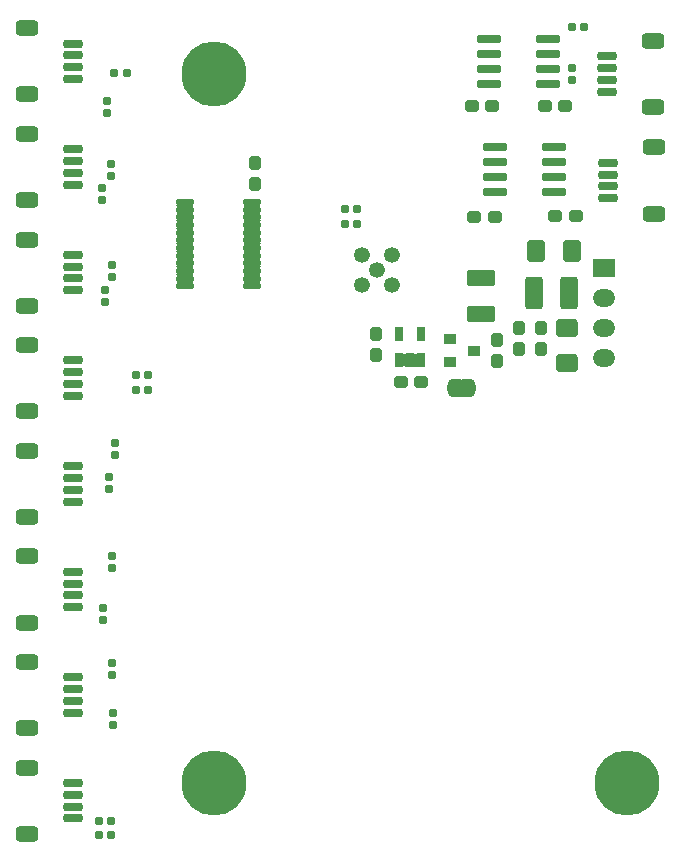
<source format=gbr>
%TF.GenerationSoftware,KiCad,Pcbnew,(6.0.4-0)*%
%TF.CreationDate,2022-09-09T16:16:13-06:00*%
%TF.ProjectId,i2c_mux,6932635f-6d75-4782-9e6b-696361645f70,rev?*%
%TF.SameCoordinates,Original*%
%TF.FileFunction,Soldermask,Top*%
%TF.FilePolarity,Negative*%
%FSLAX46Y46*%
G04 Gerber Fmt 4.6, Leading zero omitted, Abs format (unit mm)*
G04 Created by KiCad (PCBNEW (6.0.4-0)) date 2022-09-09 16:16:13*
%MOMM*%
%LPD*%
G01*
G04 APERTURE LIST*
G04 Aperture macros list*
%AMRoundRect*
0 Rectangle with rounded corners*
0 $1 Rounding radius*
0 $2 $3 $4 $5 $6 $7 $8 $9 X,Y pos of 4 corners*
0 Add a 4 corners polygon primitive as box body*
4,1,4,$2,$3,$4,$5,$6,$7,$8,$9,$2,$3,0*
0 Add four circle primitives for the rounded corners*
1,1,$1+$1,$2,$3*
1,1,$1+$1,$4,$5*
1,1,$1+$1,$6,$7*
1,1,$1+$1,$8,$9*
0 Add four rect primitives between the rounded corners*
20,1,$1+$1,$2,$3,$4,$5,0*
20,1,$1+$1,$4,$5,$6,$7,0*
20,1,$1+$1,$6,$7,$8,$9,0*
20,1,$1+$1,$8,$9,$2,$3,0*%
%AMFreePoly0*
4,1,37,0.536062,0.786062,0.551000,0.750000,0.551000,-0.750000,0.536062,-0.786062,0.500000,-0.801000,0.000000,-0.801000,-0.012525,-0.795812,-0.080875,-0.794559,-0.095149,-0.792248,-0.230464,-0.749973,-0.243516,-0.743747,-0.361526,-0.665192,-0.372306,-0.655554,-0.463526,-0.547035,-0.471167,-0.534759,-0.528262,-0.405000,-0.532150,-0.391073,-0.549733,-0.256613,-0.548336,-0.256430,-0.551000,-0.250000,
-0.551000,0.250000,-0.550512,0.251179,-0.550356,0.263956,-0.528545,0.404033,-0.524317,0.417860,-0.464069,0.546185,-0.456130,0.558271,-0.362286,0.664529,-0.351274,0.673901,-0.231379,0.749549,-0.218180,0.755454,-0.081873,0.794411,-0.067546,0.796373,-0.011990,0.796033,0.000000,0.801000,0.500000,0.801000,0.536062,0.786062,0.536062,0.786062,$1*%
%AMFreePoly1*
4,1,37,0.012349,0.795885,0.074216,0.795507,0.088518,0.793370,0.224339,0.752751,0.237465,0.746685,0.356427,0.669578,0.367324,0.660073,0.459862,0.552676,0.467652,0.540494,0.526329,0.411442,0.530388,0.397563,0.550485,0.257230,0.551000,0.250000,0.551000,-0.250000,0.550996,-0.250622,0.550847,-0.262838,0.550144,-0.270677,0.526624,-0.410478,0.522228,-0.424254,0.460416,-0.551833,
0.452330,-0.563821,0.357195,-0.668925,0.346069,-0.678161,0.225259,-0.752338,0.211989,-0.758081,0.075216,-0.795370,0.060866,-0.797157,0.011464,-0.796251,0.000000,-0.801000,-0.500000,-0.801000,-0.536062,-0.786062,-0.551000,-0.750000,-0.551000,0.750000,-0.536062,0.786062,-0.500000,0.801000,0.000000,0.801000,0.012349,0.795885,0.012349,0.795885,$1*%
G04 Aperture macros list end*
%ADD10C,5.502000*%
%ADD11RoundRect,0.288500X-0.237500X0.287500X-0.237500X-0.287500X0.237500X-0.287500X0.237500X0.287500X0*%
%ADD12RoundRect,0.201000X-0.625000X0.150000X-0.625000X-0.150000X0.625000X-0.150000X0.625000X0.150000X0*%
%ADD13RoundRect,0.301000X-0.650000X0.350000X-0.650000X-0.350000X0.650000X-0.350000X0.650000X0.350000X0*%
%ADD14RoundRect,0.201000X0.625000X-0.150000X0.625000X0.150000X-0.625000X0.150000X-0.625000X-0.150000X0*%
%ADD15RoundRect,0.301000X0.650000X-0.350000X0.650000X0.350000X-0.650000X0.350000X-0.650000X-0.350000X0*%
%ADD16RoundRect,0.301001X-0.462499X-0.624999X0.462499X-0.624999X0.462499X0.624999X-0.462499X0.624999X0*%
%ADD17RoundRect,0.301001X0.624999X-0.462499X0.624999X0.462499X-0.624999X0.462499X-0.624999X-0.462499X0*%
%ADD18RoundRect,0.301000X0.925000X-0.412500X0.925000X0.412500X-0.925000X0.412500X-0.925000X-0.412500X0*%
%ADD19C,1.342000*%
%ADD20FreePoly0,180.000000*%
%ADD21FreePoly1,180.000000*%
%ADD22RoundRect,0.301001X0.462499X1.074999X-0.462499X1.074999X-0.462499X-1.074999X0.462499X-1.074999X0*%
%ADD23RoundRect,0.051000X-0.900000X0.700000X-0.900000X-0.700000X0.900000X-0.700000X0.900000X0.700000X0*%
%ADD24O,1.902000X1.502000*%
%ADD25RoundRect,0.051000X-0.450000X-0.400000X0.450000X-0.400000X0.450000X0.400000X-0.450000X0.400000X0*%
%ADD26RoundRect,0.288500X0.237500X-0.287500X0.237500X0.287500X-0.237500X0.287500X-0.237500X-0.287500X0*%
%ADD27RoundRect,0.051000X0.325000X-0.530000X0.325000X0.530000X-0.325000X0.530000X-0.325000X-0.530000X0*%
%ADD28RoundRect,0.288500X0.287500X0.237500X-0.287500X0.237500X-0.287500X-0.237500X0.287500X-0.237500X0*%
%ADD29RoundRect,0.288500X-0.287500X-0.237500X0.287500X-0.237500X0.287500X0.237500X-0.287500X0.237500X0*%
%ADD30RoundRect,0.201000X0.825000X0.150000X-0.825000X0.150000X-0.825000X-0.150000X0.825000X-0.150000X0*%
%ADD31RoundRect,0.186000X-0.135000X-0.185000X0.135000X-0.185000X0.135000X0.185000X-0.135000X0.185000X0*%
%ADD32RoundRect,0.186000X0.135000X0.185000X-0.135000X0.185000X-0.135000X-0.185000X0.135000X-0.185000X0*%
%ADD33RoundRect,0.186000X-0.185000X0.135000X-0.185000X-0.135000X0.185000X-0.135000X0.185000X0.135000X0*%
%ADD34RoundRect,0.186000X0.185000X-0.135000X0.185000X0.135000X-0.185000X0.135000X-0.185000X-0.135000X0*%
%ADD35RoundRect,0.151000X-0.637500X-0.100000X0.637500X-0.100000X0.637500X0.100000X-0.637500X0.100000X0*%
G04 APERTURE END LIST*
D10*
%TO.C,H3*%
X140000000Y-125000000D03*
%TD*%
D11*
%TO.C,C1*%
X108500000Y-72525000D03*
X108500000Y-74275000D03*
%TD*%
D12*
%TO.C,J2*%
X93100000Y-89242857D03*
X93100000Y-90242857D03*
X93100000Y-91242857D03*
X93100000Y-92242857D03*
D13*
X89225000Y-93542857D03*
X89225000Y-87942857D03*
%TD*%
D12*
%TO.C,J4*%
X93100000Y-80300000D03*
X93100000Y-81300000D03*
X93100000Y-82300000D03*
X93100000Y-83300000D03*
D13*
X89225000Y-84600000D03*
X89225000Y-79000000D03*
%TD*%
D12*
%TO.C,J6*%
X93100000Y-71357143D03*
X93100000Y-72357143D03*
X93100000Y-73357143D03*
X93100000Y-74357143D03*
D13*
X89225000Y-70057143D03*
X89225000Y-75657143D03*
%TD*%
D12*
%TO.C,J8*%
X93100000Y-62414286D03*
X93100000Y-63414286D03*
X93100000Y-64414286D03*
X93100000Y-65414286D03*
D13*
X89225000Y-61114286D03*
X89225000Y-66714286D03*
%TD*%
D14*
%TO.C,J10*%
X138300000Y-66500000D03*
X138300000Y-65500000D03*
X138300000Y-64500000D03*
X138300000Y-63500000D03*
D15*
X142175000Y-62200000D03*
X142175000Y-67800000D03*
%TD*%
D16*
%TO.C,C2*%
X132312500Y-80000000D03*
X135287500Y-80000000D03*
%TD*%
D17*
%TO.C,C3*%
X134900000Y-89487500D03*
X134900000Y-86512500D03*
%TD*%
D11*
%TO.C,C4*%
X132700000Y-86525000D03*
X132700000Y-88275000D03*
%TD*%
D18*
%TO.C,C6*%
X127600000Y-85337500D03*
X127600000Y-82262500D03*
%TD*%
D11*
%TO.C,C8*%
X118700000Y-87025000D03*
X118700000Y-88775000D03*
%TD*%
D19*
%TO.C,J11*%
X118800000Y-81600000D03*
X117530000Y-80330000D03*
X120070000Y-82870000D03*
X120070000Y-80330000D03*
X117530000Y-82870000D03*
%TD*%
D20*
%TO.C,JP1*%
X126650000Y-91600000D03*
D21*
X125350000Y-91600000D03*
%TD*%
D22*
%TO.C,L1*%
X135087500Y-83500000D03*
X132112500Y-83500000D03*
%TD*%
D23*
%TO.C,PS1*%
X138000000Y-81400000D03*
D24*
X138000000Y-83940000D03*
X138000000Y-86480000D03*
X138000000Y-89020000D03*
%TD*%
D25*
%TO.C,Q1*%
X125000000Y-87450000D03*
X125000000Y-89350000D03*
X127000000Y-88400000D03*
%TD*%
D26*
%TO.C,R21*%
X129000000Y-89275000D03*
X129000000Y-87525000D03*
%TD*%
D27*
%TO.C,U2*%
X120660000Y-89210000D03*
X121610000Y-89210000D03*
X122560000Y-89210000D03*
X122560000Y-87010000D03*
X120660000Y-87010000D03*
%TD*%
D28*
%TO.C,C7*%
X122575000Y-91100000D03*
X120825000Y-91100000D03*
%TD*%
D29*
%TO.C,C9*%
X133025000Y-67700000D03*
X134775000Y-67700000D03*
%TD*%
%TO.C,C11*%
X126825000Y-67700000D03*
X128575000Y-67700000D03*
%TD*%
%TO.C,C12*%
X127025000Y-77100000D03*
X128775000Y-77100000D03*
%TD*%
%TO.C,C10*%
X133925000Y-77000000D03*
X135675000Y-77000000D03*
%TD*%
D14*
%TO.C,J9*%
X138400000Y-75500000D03*
X138400000Y-74500000D03*
X138400000Y-73500000D03*
X138400000Y-72500000D03*
D15*
X142275000Y-76800000D03*
X142275000Y-71200000D03*
%TD*%
D11*
%TO.C,C5*%
X130800000Y-86500000D03*
X130800000Y-88250000D03*
%TD*%
D10*
%TO.C,H1*%
X105000000Y-65000000D03*
%TD*%
%TO.C,H2*%
X105000000Y-125000000D03*
%TD*%
D30*
%TO.C,U4*%
X133775000Y-75005000D03*
X133775000Y-73735000D03*
X133775000Y-72465000D03*
X133775000Y-71195000D03*
X128825000Y-71195000D03*
X128825000Y-72465000D03*
X128825000Y-73735000D03*
X128825000Y-75005000D03*
%TD*%
D31*
%TO.C,R18*%
X116080000Y-76400000D03*
X117100000Y-76400000D03*
%TD*%
D32*
%TO.C,R19*%
X136320000Y-61000000D03*
X135300000Y-61000000D03*
%TD*%
D33*
%TO.C,R14*%
X95500000Y-74600000D03*
X95500000Y-75620000D03*
%TD*%
D34*
%TO.C,R12*%
X96300000Y-73610000D03*
X96300000Y-72590000D03*
%TD*%
D12*
%TO.C,J3*%
X93100000Y-116071428D03*
X93100000Y-117071428D03*
X93100000Y-118071428D03*
X93100000Y-119071428D03*
D13*
X89225000Y-120371428D03*
X89225000Y-114771428D03*
%TD*%
D30*
%TO.C,U3*%
X133275000Y-65805000D03*
X133275000Y-64535000D03*
X133275000Y-63265000D03*
X133275000Y-61995000D03*
X128325000Y-61995000D03*
X128325000Y-63265000D03*
X128325000Y-64535000D03*
X128325000Y-65805000D03*
%TD*%
D31*
%TO.C,R2*%
X95290000Y-128200000D03*
X96310000Y-128200000D03*
%TD*%
D33*
%TO.C,R11*%
X96100000Y-99090000D03*
X96100000Y-100110000D03*
%TD*%
D12*
%TO.C,J1*%
X93100000Y-125014286D03*
X93100000Y-126014286D03*
X93100000Y-127014286D03*
X93100000Y-128014286D03*
D13*
X89225000Y-129314286D03*
X89225000Y-123714286D03*
%TD*%
D33*
%TO.C,R20*%
X135300000Y-64480000D03*
X135300000Y-65500000D03*
%TD*%
D31*
%TO.C,R16*%
X96590000Y-64900000D03*
X97610000Y-64900000D03*
%TD*%
%TO.C,R17*%
X116080000Y-77700000D03*
X117100000Y-77700000D03*
%TD*%
D33*
%TO.C,R8*%
X95800000Y-83280000D03*
X95800000Y-84300000D03*
%TD*%
D34*
%TO.C,R5*%
X96400000Y-115910000D03*
X96400000Y-114890000D03*
%TD*%
%TO.C,R10*%
X96400000Y-82210000D03*
X96400000Y-81190000D03*
%TD*%
D31*
%TO.C,R4*%
X98380000Y-91700000D03*
X99400000Y-91700000D03*
%TD*%
D35*
%TO.C,U1*%
X102537500Y-75825000D03*
X102537500Y-76475000D03*
X102537500Y-77125000D03*
X102537500Y-77775000D03*
X102537500Y-78425000D03*
X102537500Y-79075000D03*
X102537500Y-79725000D03*
X102537500Y-80375000D03*
X102537500Y-81025000D03*
X102537500Y-81675000D03*
X102537500Y-82325000D03*
X102537500Y-82975000D03*
X108262500Y-82975000D03*
X108262500Y-82325000D03*
X108262500Y-81675000D03*
X108262500Y-81025000D03*
X108262500Y-80375000D03*
X108262500Y-79725000D03*
X108262500Y-79075000D03*
X108262500Y-78425000D03*
X108262500Y-77775000D03*
X108262500Y-77125000D03*
X108262500Y-76475000D03*
X108262500Y-75825000D03*
%TD*%
D33*
%TO.C,R3*%
X96500000Y-119080000D03*
X96500000Y-120100000D03*
%TD*%
%TO.C,R7*%
X95600000Y-110180000D03*
X95600000Y-111200000D03*
%TD*%
D34*
%TO.C,R9*%
X96400000Y-106810000D03*
X96400000Y-105790000D03*
%TD*%
D31*
%TO.C,R1*%
X95290000Y-129400000D03*
X96310000Y-129400000D03*
%TD*%
D34*
%TO.C,R13*%
X96600000Y-97210000D03*
X96600000Y-96190000D03*
%TD*%
D31*
%TO.C,R6*%
X98390000Y-90500000D03*
X99410000Y-90500000D03*
%TD*%
D12*
%TO.C,J5*%
X93100000Y-107128571D03*
X93100000Y-108128571D03*
X93100000Y-109128571D03*
X93100000Y-110128571D03*
D13*
X89225000Y-111428571D03*
X89225000Y-105828571D03*
%TD*%
D33*
%TO.C,R15*%
X96000000Y-67290000D03*
X96000000Y-68310000D03*
%TD*%
D12*
%TO.C,J7*%
X93100000Y-98185714D03*
X93100000Y-99185714D03*
X93100000Y-100185714D03*
X93100000Y-101185714D03*
D13*
X89225000Y-102485714D03*
X89225000Y-96885714D03*
%TD*%
G36*
X125899267Y-90833301D02*
G01*
X125950946Y-90876489D01*
X126019661Y-90885120D01*
X126082291Y-90855156D01*
X126100348Y-90834318D01*
X126102238Y-90833664D01*
X126103749Y-90834974D01*
X126103821Y-90836018D01*
X126101000Y-90850199D01*
X126101000Y-92349801D01*
X126103978Y-92364774D01*
X126103335Y-92366668D01*
X126101373Y-92367058D01*
X126100733Y-92366699D01*
X126049054Y-92323511D01*
X125980339Y-92314880D01*
X125917709Y-92344844D01*
X125899652Y-92365682D01*
X125897762Y-92366336D01*
X125896251Y-92365026D01*
X125896179Y-92363982D01*
X125899000Y-92349801D01*
X125899000Y-90850199D01*
X125896022Y-90835226D01*
X125896665Y-90833332D01*
X125898627Y-90832942D01*
X125899267Y-90833301D01*
G37*
G36*
X121034267Y-88663301D02*
G01*
X121085946Y-88706489D01*
X121154661Y-88715120D01*
X121217291Y-88685156D01*
X121235348Y-88664318D01*
X121237238Y-88663664D01*
X121238749Y-88664974D01*
X121238821Y-88666018D01*
X121236000Y-88680199D01*
X121236000Y-89739801D01*
X121238978Y-89754774D01*
X121238335Y-89756668D01*
X121236373Y-89757058D01*
X121235733Y-89756699D01*
X121184054Y-89713511D01*
X121115339Y-89704880D01*
X121052709Y-89734844D01*
X121034652Y-89755682D01*
X121032762Y-89756336D01*
X121031251Y-89755026D01*
X121031179Y-89753982D01*
X121034000Y-89739801D01*
X121034000Y-88680199D01*
X121031022Y-88665226D01*
X121031665Y-88663332D01*
X121033627Y-88662942D01*
X121034267Y-88663301D01*
G37*
G36*
X121984267Y-88663301D02*
G01*
X122035946Y-88706489D01*
X122104661Y-88715120D01*
X122167291Y-88685156D01*
X122185348Y-88664318D01*
X122187238Y-88663664D01*
X122188749Y-88664974D01*
X122188821Y-88666018D01*
X122186000Y-88680199D01*
X122186000Y-89739801D01*
X122188978Y-89754774D01*
X122188335Y-89756668D01*
X122186373Y-89757058D01*
X122185733Y-89756699D01*
X122134054Y-89713511D01*
X122065339Y-89704880D01*
X122002709Y-89734844D01*
X121984652Y-89755682D01*
X121982762Y-89756336D01*
X121981251Y-89755026D01*
X121981179Y-89753982D01*
X121984000Y-89739801D01*
X121984000Y-88680199D01*
X121981022Y-88665226D01*
X121981665Y-88663332D01*
X121983627Y-88662942D01*
X121984267Y-88663301D01*
G37*
G36*
X108977587Y-82552477D02*
G01*
X108977126Y-82553891D01*
X108937803Y-82600944D01*
X108929170Y-82669660D01*
X108959133Y-82732289D01*
X108967803Y-82739800D01*
X108968457Y-82741690D01*
X108967147Y-82743202D01*
X108965382Y-82742975D01*
X108957006Y-82737379D01*
X108899801Y-82726000D01*
X107625199Y-82726000D01*
X107567994Y-82737379D01*
X107550520Y-82749055D01*
X107548524Y-82749186D01*
X107547413Y-82747523D01*
X107547874Y-82746109D01*
X107587197Y-82699056D01*
X107595830Y-82630340D01*
X107565867Y-82567711D01*
X107557197Y-82560200D01*
X107556543Y-82558310D01*
X107557853Y-82556798D01*
X107559618Y-82557025D01*
X107567994Y-82562621D01*
X107625199Y-82574000D01*
X108899801Y-82574000D01*
X108957006Y-82562621D01*
X108974480Y-82550945D01*
X108976476Y-82550814D01*
X108977587Y-82552477D01*
G37*
G36*
X103252587Y-82552477D02*
G01*
X103252126Y-82553891D01*
X103212803Y-82600944D01*
X103204170Y-82669660D01*
X103234133Y-82732289D01*
X103242803Y-82739800D01*
X103243457Y-82741690D01*
X103242147Y-82743202D01*
X103240382Y-82742975D01*
X103232006Y-82737379D01*
X103174801Y-82726000D01*
X101900199Y-82726000D01*
X101842994Y-82737379D01*
X101825520Y-82749055D01*
X101823524Y-82749186D01*
X101822413Y-82747523D01*
X101822874Y-82746109D01*
X101862197Y-82699056D01*
X101870830Y-82630340D01*
X101840867Y-82567711D01*
X101832197Y-82560200D01*
X101831543Y-82558310D01*
X101832853Y-82556798D01*
X101834618Y-82557025D01*
X101842994Y-82562621D01*
X101900199Y-82574000D01*
X103174801Y-82574000D01*
X103232006Y-82562621D01*
X103249480Y-82550945D01*
X103251476Y-82550814D01*
X103252587Y-82552477D01*
G37*
G36*
X103252587Y-81902477D02*
G01*
X103252126Y-81903891D01*
X103212803Y-81950944D01*
X103204170Y-82019660D01*
X103234133Y-82082289D01*
X103242803Y-82089800D01*
X103243457Y-82091690D01*
X103242147Y-82093202D01*
X103240382Y-82092975D01*
X103232006Y-82087379D01*
X103174801Y-82076000D01*
X101900199Y-82076000D01*
X101842994Y-82087379D01*
X101825520Y-82099055D01*
X101823524Y-82099186D01*
X101822413Y-82097523D01*
X101822874Y-82096109D01*
X101862197Y-82049056D01*
X101870830Y-81980340D01*
X101840867Y-81917711D01*
X101832197Y-81910200D01*
X101831543Y-81908310D01*
X101832853Y-81906798D01*
X101834618Y-81907025D01*
X101842994Y-81912621D01*
X101900199Y-81924000D01*
X103174801Y-81924000D01*
X103232006Y-81912621D01*
X103249480Y-81900945D01*
X103251476Y-81900814D01*
X103252587Y-81902477D01*
G37*
G36*
X108977587Y-81902477D02*
G01*
X108977126Y-81903891D01*
X108937803Y-81950944D01*
X108929170Y-82019660D01*
X108959133Y-82082289D01*
X108967803Y-82089800D01*
X108968457Y-82091690D01*
X108967147Y-82093202D01*
X108965382Y-82092975D01*
X108957006Y-82087379D01*
X108899801Y-82076000D01*
X107625199Y-82076000D01*
X107567994Y-82087379D01*
X107550520Y-82099055D01*
X107548524Y-82099186D01*
X107547413Y-82097523D01*
X107547874Y-82096109D01*
X107587197Y-82049056D01*
X107595830Y-81980340D01*
X107565867Y-81917711D01*
X107557197Y-81910200D01*
X107556543Y-81908310D01*
X107557853Y-81906798D01*
X107559618Y-81907025D01*
X107567994Y-81912621D01*
X107625199Y-81924000D01*
X108899801Y-81924000D01*
X108957006Y-81912621D01*
X108974480Y-81900945D01*
X108976476Y-81900814D01*
X108977587Y-81902477D01*
G37*
G36*
X103252587Y-81252477D02*
G01*
X103252126Y-81253891D01*
X103212803Y-81300944D01*
X103204170Y-81369660D01*
X103234133Y-81432289D01*
X103242803Y-81439800D01*
X103243457Y-81441690D01*
X103242147Y-81443202D01*
X103240382Y-81442975D01*
X103232006Y-81437379D01*
X103174801Y-81426000D01*
X101900199Y-81426000D01*
X101842994Y-81437379D01*
X101825520Y-81449055D01*
X101823524Y-81449186D01*
X101822413Y-81447523D01*
X101822874Y-81446109D01*
X101862197Y-81399056D01*
X101870830Y-81330340D01*
X101840867Y-81267711D01*
X101832197Y-81260200D01*
X101831543Y-81258310D01*
X101832853Y-81256798D01*
X101834618Y-81257025D01*
X101842994Y-81262621D01*
X101900199Y-81274000D01*
X103174801Y-81274000D01*
X103232006Y-81262621D01*
X103249480Y-81250945D01*
X103251476Y-81250814D01*
X103252587Y-81252477D01*
G37*
G36*
X108977587Y-81252477D02*
G01*
X108977126Y-81253891D01*
X108937803Y-81300944D01*
X108929170Y-81369660D01*
X108959133Y-81432289D01*
X108967803Y-81439800D01*
X108968457Y-81441690D01*
X108967147Y-81443202D01*
X108965382Y-81442975D01*
X108957006Y-81437379D01*
X108899801Y-81426000D01*
X107625199Y-81426000D01*
X107567994Y-81437379D01*
X107550520Y-81449055D01*
X107548524Y-81449186D01*
X107547413Y-81447523D01*
X107547874Y-81446109D01*
X107587197Y-81399056D01*
X107595830Y-81330340D01*
X107565867Y-81267711D01*
X107557197Y-81260200D01*
X107556543Y-81258310D01*
X107557853Y-81256798D01*
X107559618Y-81257025D01*
X107567994Y-81262621D01*
X107625199Y-81274000D01*
X108899801Y-81274000D01*
X108957006Y-81262621D01*
X108974480Y-81250945D01*
X108976476Y-81250814D01*
X108977587Y-81252477D01*
G37*
G36*
X108977587Y-80602477D02*
G01*
X108977126Y-80603891D01*
X108937803Y-80650944D01*
X108929170Y-80719660D01*
X108959133Y-80782289D01*
X108967803Y-80789800D01*
X108968457Y-80791690D01*
X108967147Y-80793202D01*
X108965382Y-80792975D01*
X108957006Y-80787379D01*
X108899801Y-80776000D01*
X107625199Y-80776000D01*
X107567994Y-80787379D01*
X107550520Y-80799055D01*
X107548524Y-80799186D01*
X107547413Y-80797523D01*
X107547874Y-80796109D01*
X107587197Y-80749056D01*
X107595830Y-80680340D01*
X107565867Y-80617711D01*
X107557197Y-80610200D01*
X107556543Y-80608310D01*
X107557853Y-80606798D01*
X107559618Y-80607025D01*
X107567994Y-80612621D01*
X107625199Y-80624000D01*
X108899801Y-80624000D01*
X108957006Y-80612621D01*
X108974480Y-80600945D01*
X108976476Y-80600814D01*
X108977587Y-80602477D01*
G37*
G36*
X103252587Y-80602477D02*
G01*
X103252126Y-80603891D01*
X103212803Y-80650944D01*
X103204170Y-80719660D01*
X103234133Y-80782289D01*
X103242803Y-80789800D01*
X103243457Y-80791690D01*
X103242147Y-80793202D01*
X103240382Y-80792975D01*
X103232006Y-80787379D01*
X103174801Y-80776000D01*
X101900199Y-80776000D01*
X101842994Y-80787379D01*
X101825520Y-80799055D01*
X101823524Y-80799186D01*
X101822413Y-80797523D01*
X101822874Y-80796109D01*
X101862197Y-80749056D01*
X101870830Y-80680340D01*
X101840867Y-80617711D01*
X101832197Y-80610200D01*
X101831543Y-80608310D01*
X101832853Y-80606798D01*
X101834618Y-80607025D01*
X101842994Y-80612621D01*
X101900199Y-80624000D01*
X103174801Y-80624000D01*
X103232006Y-80612621D01*
X103249480Y-80600945D01*
X103251476Y-80600814D01*
X103252587Y-80602477D01*
G37*
G36*
X103252587Y-79952477D02*
G01*
X103252126Y-79953891D01*
X103212803Y-80000944D01*
X103204170Y-80069660D01*
X103234133Y-80132289D01*
X103242803Y-80139800D01*
X103243457Y-80141690D01*
X103242147Y-80143202D01*
X103240382Y-80142975D01*
X103232006Y-80137379D01*
X103174801Y-80126000D01*
X101900199Y-80126000D01*
X101842994Y-80137379D01*
X101825520Y-80149055D01*
X101823524Y-80149186D01*
X101822413Y-80147523D01*
X101822874Y-80146109D01*
X101862197Y-80099056D01*
X101870830Y-80030340D01*
X101840867Y-79967711D01*
X101832197Y-79960200D01*
X101831543Y-79958310D01*
X101832853Y-79956798D01*
X101834618Y-79957025D01*
X101842994Y-79962621D01*
X101900199Y-79974000D01*
X103174801Y-79974000D01*
X103232006Y-79962621D01*
X103249480Y-79950945D01*
X103251476Y-79950814D01*
X103252587Y-79952477D01*
G37*
G36*
X108977587Y-79952477D02*
G01*
X108977126Y-79953891D01*
X108937803Y-80000944D01*
X108929170Y-80069660D01*
X108959133Y-80132289D01*
X108967803Y-80139800D01*
X108968457Y-80141690D01*
X108967147Y-80143202D01*
X108965382Y-80142975D01*
X108957006Y-80137379D01*
X108899801Y-80126000D01*
X107625199Y-80126000D01*
X107567994Y-80137379D01*
X107550520Y-80149055D01*
X107548524Y-80149186D01*
X107547413Y-80147523D01*
X107547874Y-80146109D01*
X107587197Y-80099056D01*
X107595830Y-80030340D01*
X107565867Y-79967711D01*
X107557197Y-79960200D01*
X107556543Y-79958310D01*
X107557853Y-79956798D01*
X107559618Y-79957025D01*
X107567994Y-79962621D01*
X107625199Y-79974000D01*
X108899801Y-79974000D01*
X108957006Y-79962621D01*
X108974480Y-79950945D01*
X108976476Y-79950814D01*
X108977587Y-79952477D01*
G37*
G36*
X103252587Y-79302477D02*
G01*
X103252126Y-79303891D01*
X103212803Y-79350944D01*
X103204170Y-79419660D01*
X103234133Y-79482289D01*
X103242803Y-79489800D01*
X103243457Y-79491690D01*
X103242147Y-79493202D01*
X103240382Y-79492975D01*
X103232006Y-79487379D01*
X103174801Y-79476000D01*
X101900199Y-79476000D01*
X101842994Y-79487379D01*
X101825520Y-79499055D01*
X101823524Y-79499186D01*
X101822413Y-79497523D01*
X101822874Y-79496109D01*
X101862197Y-79449056D01*
X101870830Y-79380340D01*
X101840867Y-79317711D01*
X101832197Y-79310200D01*
X101831543Y-79308310D01*
X101832853Y-79306798D01*
X101834618Y-79307025D01*
X101842994Y-79312621D01*
X101900199Y-79324000D01*
X103174801Y-79324000D01*
X103232006Y-79312621D01*
X103249480Y-79300945D01*
X103251476Y-79300814D01*
X103252587Y-79302477D01*
G37*
G36*
X108977587Y-79302477D02*
G01*
X108977126Y-79303891D01*
X108937803Y-79350944D01*
X108929170Y-79419660D01*
X108959133Y-79482289D01*
X108967803Y-79489800D01*
X108968457Y-79491690D01*
X108967147Y-79493202D01*
X108965382Y-79492975D01*
X108957006Y-79487379D01*
X108899801Y-79476000D01*
X107625199Y-79476000D01*
X107567994Y-79487379D01*
X107550520Y-79499055D01*
X107548524Y-79499186D01*
X107547413Y-79497523D01*
X107547874Y-79496109D01*
X107587197Y-79449056D01*
X107595830Y-79380340D01*
X107565867Y-79317711D01*
X107557197Y-79310200D01*
X107556543Y-79308310D01*
X107557853Y-79306798D01*
X107559618Y-79307025D01*
X107567994Y-79312621D01*
X107625199Y-79324000D01*
X108899801Y-79324000D01*
X108957006Y-79312621D01*
X108974480Y-79300945D01*
X108976476Y-79300814D01*
X108977587Y-79302477D01*
G37*
G36*
X108977587Y-78652477D02*
G01*
X108977126Y-78653891D01*
X108937803Y-78700944D01*
X108929170Y-78769660D01*
X108959133Y-78832289D01*
X108967803Y-78839800D01*
X108968457Y-78841690D01*
X108967147Y-78843202D01*
X108965382Y-78842975D01*
X108957006Y-78837379D01*
X108899801Y-78826000D01*
X107625199Y-78826000D01*
X107567994Y-78837379D01*
X107550520Y-78849055D01*
X107548524Y-78849186D01*
X107547413Y-78847523D01*
X107547874Y-78846109D01*
X107587197Y-78799056D01*
X107595830Y-78730340D01*
X107565867Y-78667711D01*
X107557197Y-78660200D01*
X107556543Y-78658310D01*
X107557853Y-78656798D01*
X107559618Y-78657025D01*
X107567994Y-78662621D01*
X107625199Y-78674000D01*
X108899801Y-78674000D01*
X108957006Y-78662621D01*
X108974480Y-78650945D01*
X108976476Y-78650814D01*
X108977587Y-78652477D01*
G37*
G36*
X103252587Y-78652477D02*
G01*
X103252126Y-78653891D01*
X103212803Y-78700944D01*
X103204170Y-78769660D01*
X103234133Y-78832289D01*
X103242803Y-78839800D01*
X103243457Y-78841690D01*
X103242147Y-78843202D01*
X103240382Y-78842975D01*
X103232006Y-78837379D01*
X103174801Y-78826000D01*
X101900199Y-78826000D01*
X101842994Y-78837379D01*
X101825520Y-78849055D01*
X101823524Y-78849186D01*
X101822413Y-78847523D01*
X101822874Y-78846109D01*
X101862197Y-78799056D01*
X101870830Y-78730340D01*
X101840867Y-78667711D01*
X101832197Y-78660200D01*
X101831543Y-78658310D01*
X101832853Y-78656798D01*
X101834618Y-78657025D01*
X101842994Y-78662621D01*
X101900199Y-78674000D01*
X103174801Y-78674000D01*
X103232006Y-78662621D01*
X103249480Y-78650945D01*
X103251476Y-78650814D01*
X103252587Y-78652477D01*
G37*
G36*
X108977587Y-78002477D02*
G01*
X108977126Y-78003891D01*
X108937803Y-78050944D01*
X108929170Y-78119660D01*
X108959133Y-78182289D01*
X108967803Y-78189800D01*
X108968457Y-78191690D01*
X108967147Y-78193202D01*
X108965382Y-78192975D01*
X108957006Y-78187379D01*
X108899801Y-78176000D01*
X107625199Y-78176000D01*
X107567994Y-78187379D01*
X107550520Y-78199055D01*
X107548524Y-78199186D01*
X107547413Y-78197523D01*
X107547874Y-78196109D01*
X107587197Y-78149056D01*
X107595830Y-78080340D01*
X107565867Y-78017711D01*
X107557197Y-78010200D01*
X107556543Y-78008310D01*
X107557853Y-78006798D01*
X107559618Y-78007025D01*
X107567994Y-78012621D01*
X107625199Y-78024000D01*
X108899801Y-78024000D01*
X108957006Y-78012621D01*
X108974480Y-78000945D01*
X108976476Y-78000814D01*
X108977587Y-78002477D01*
G37*
G36*
X103252587Y-78002477D02*
G01*
X103252126Y-78003891D01*
X103212803Y-78050944D01*
X103204170Y-78119660D01*
X103234133Y-78182289D01*
X103242803Y-78189800D01*
X103243457Y-78191690D01*
X103242147Y-78193202D01*
X103240382Y-78192975D01*
X103232006Y-78187379D01*
X103174801Y-78176000D01*
X101900199Y-78176000D01*
X101842994Y-78187379D01*
X101825520Y-78199055D01*
X101823524Y-78199186D01*
X101822413Y-78197523D01*
X101822874Y-78196109D01*
X101862197Y-78149056D01*
X101870830Y-78080340D01*
X101840867Y-78017711D01*
X101832197Y-78010200D01*
X101831543Y-78008310D01*
X101832853Y-78006798D01*
X101834618Y-78007025D01*
X101842994Y-78012621D01*
X101900199Y-78024000D01*
X103174801Y-78024000D01*
X103232006Y-78012621D01*
X103249480Y-78000945D01*
X103251476Y-78000814D01*
X103252587Y-78002477D01*
G37*
G36*
X108977587Y-77352477D02*
G01*
X108977126Y-77353891D01*
X108937803Y-77400944D01*
X108929170Y-77469660D01*
X108959133Y-77532289D01*
X108967803Y-77539800D01*
X108968457Y-77541690D01*
X108967147Y-77543202D01*
X108965382Y-77542975D01*
X108957006Y-77537379D01*
X108899801Y-77526000D01*
X107625199Y-77526000D01*
X107567994Y-77537379D01*
X107550520Y-77549055D01*
X107548524Y-77549186D01*
X107547413Y-77547523D01*
X107547874Y-77546109D01*
X107587197Y-77499056D01*
X107595830Y-77430340D01*
X107565867Y-77367711D01*
X107557197Y-77360200D01*
X107556543Y-77358310D01*
X107557853Y-77356798D01*
X107559618Y-77357025D01*
X107567994Y-77362621D01*
X107625199Y-77374000D01*
X108899801Y-77374000D01*
X108957006Y-77362621D01*
X108974480Y-77350945D01*
X108976476Y-77350814D01*
X108977587Y-77352477D01*
G37*
G36*
X103252587Y-77352477D02*
G01*
X103252126Y-77353891D01*
X103212803Y-77400944D01*
X103204170Y-77469660D01*
X103234133Y-77532289D01*
X103242803Y-77539800D01*
X103243457Y-77541690D01*
X103242147Y-77543202D01*
X103240382Y-77542975D01*
X103232006Y-77537379D01*
X103174801Y-77526000D01*
X101900199Y-77526000D01*
X101842994Y-77537379D01*
X101825520Y-77549055D01*
X101823524Y-77549186D01*
X101822413Y-77547523D01*
X101822874Y-77546109D01*
X101862197Y-77499056D01*
X101870830Y-77430340D01*
X101840867Y-77367711D01*
X101832197Y-77360200D01*
X101831543Y-77358310D01*
X101832853Y-77356798D01*
X101834618Y-77357025D01*
X101842994Y-77362621D01*
X101900199Y-77374000D01*
X103174801Y-77374000D01*
X103232006Y-77362621D01*
X103249480Y-77350945D01*
X103251476Y-77350814D01*
X103252587Y-77352477D01*
G37*
G36*
X108977587Y-76702477D02*
G01*
X108977126Y-76703891D01*
X108937803Y-76750944D01*
X108929170Y-76819660D01*
X108959133Y-76882289D01*
X108967803Y-76889800D01*
X108968457Y-76891690D01*
X108967147Y-76893202D01*
X108965382Y-76892975D01*
X108957006Y-76887379D01*
X108899801Y-76876000D01*
X107625199Y-76876000D01*
X107567994Y-76887379D01*
X107550520Y-76899055D01*
X107548524Y-76899186D01*
X107547413Y-76897523D01*
X107547874Y-76896109D01*
X107587197Y-76849056D01*
X107595830Y-76780340D01*
X107565867Y-76717711D01*
X107557197Y-76710200D01*
X107556543Y-76708310D01*
X107557853Y-76706798D01*
X107559618Y-76707025D01*
X107567994Y-76712621D01*
X107625199Y-76724000D01*
X108899801Y-76724000D01*
X108957006Y-76712621D01*
X108974480Y-76700945D01*
X108976476Y-76700814D01*
X108977587Y-76702477D01*
G37*
G36*
X103252587Y-76702477D02*
G01*
X103252126Y-76703891D01*
X103212803Y-76750944D01*
X103204170Y-76819660D01*
X103234133Y-76882289D01*
X103242803Y-76889800D01*
X103243457Y-76891690D01*
X103242147Y-76893202D01*
X103240382Y-76892975D01*
X103232006Y-76887379D01*
X103174801Y-76876000D01*
X101900199Y-76876000D01*
X101842994Y-76887379D01*
X101825520Y-76899055D01*
X101823524Y-76899186D01*
X101822413Y-76897523D01*
X101822874Y-76896109D01*
X101862197Y-76849056D01*
X101870830Y-76780340D01*
X101840867Y-76717711D01*
X101832197Y-76710200D01*
X101831543Y-76708310D01*
X101832853Y-76706798D01*
X101834618Y-76707025D01*
X101842994Y-76712621D01*
X101900199Y-76724000D01*
X103174801Y-76724000D01*
X103232006Y-76712621D01*
X103249480Y-76700945D01*
X103251476Y-76700814D01*
X103252587Y-76702477D01*
G37*
G36*
X103252587Y-76052477D02*
G01*
X103252126Y-76053891D01*
X103212803Y-76100944D01*
X103204170Y-76169660D01*
X103234133Y-76232289D01*
X103242803Y-76239800D01*
X103243457Y-76241690D01*
X103242147Y-76243202D01*
X103240382Y-76242975D01*
X103232006Y-76237379D01*
X103174801Y-76226000D01*
X101900199Y-76226000D01*
X101842994Y-76237379D01*
X101825520Y-76249055D01*
X101823524Y-76249186D01*
X101822413Y-76247523D01*
X101822874Y-76246109D01*
X101862197Y-76199056D01*
X101870830Y-76130340D01*
X101840867Y-76067711D01*
X101832197Y-76060200D01*
X101831543Y-76058310D01*
X101832853Y-76056798D01*
X101834618Y-76057025D01*
X101842994Y-76062621D01*
X101900199Y-76074000D01*
X103174801Y-76074000D01*
X103232006Y-76062621D01*
X103249480Y-76050945D01*
X103251476Y-76050814D01*
X103252587Y-76052477D01*
G37*
G36*
X108977587Y-76052477D02*
G01*
X108977126Y-76053891D01*
X108937803Y-76100944D01*
X108929170Y-76169660D01*
X108959133Y-76232289D01*
X108967803Y-76239800D01*
X108968457Y-76241690D01*
X108967147Y-76243202D01*
X108965382Y-76242975D01*
X108957006Y-76237379D01*
X108899801Y-76226000D01*
X107625199Y-76226000D01*
X107567994Y-76237379D01*
X107550520Y-76249055D01*
X107548524Y-76249186D01*
X107547413Y-76247523D01*
X107547874Y-76246109D01*
X107587197Y-76199056D01*
X107595830Y-76130340D01*
X107565867Y-76067711D01*
X107557197Y-76060200D01*
X107556543Y-76058310D01*
X107557853Y-76056798D01*
X107559618Y-76057025D01*
X107567994Y-76062621D01*
X107625199Y-76074000D01*
X108899801Y-76074000D01*
X108957006Y-76062621D01*
X108974480Y-76050945D01*
X108976476Y-76050814D01*
X108977587Y-76052477D01*
G37*
M02*

</source>
